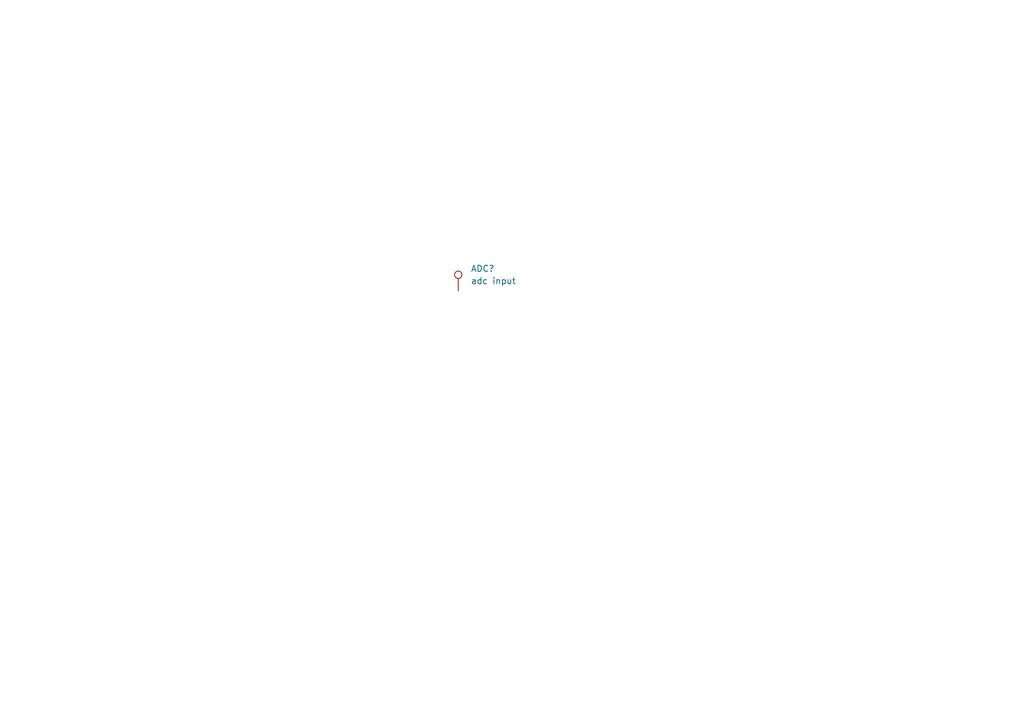
<source format=kicad_sch>
(kicad_sch (version 20211123) (generator eeschema)
  (paper "A5")
  (lib_symbols
    (symbol "Connector:TestPoint" (pin_numbers hide) (pin_names (offset 0.762) hide)
      (property "Reference" "TP" (at 0 6.858 0))
      (property "Value" "TestPoint" (at 0 5.08 0))
      (symbol "TestPoint_0_1"
        (circle (center 0 3.302) (radius 0.762))
      )
      (symbol "TestPoint_1_1"
        (pin passive line (at 0 0 90) (length 2.54) (name "1") (number "1"))
      )
    )
  )
  (symbol (lib_id "Connector:TestPoint") (at 93.98 59.69 0) (unit 1)
    (property "Reference" "ADC?" (at 96.52 55.1179 0) (effects (justify left)))
    (property "Value" "adc input" (at 96.52 57.6579 0) (effects (justify left)))
    (property "Footprint" "TestPoint:TestPoint_Loop_D2.54mm_Drill1.5mm_Beaded" (effects hide))
  )
)
</source>
